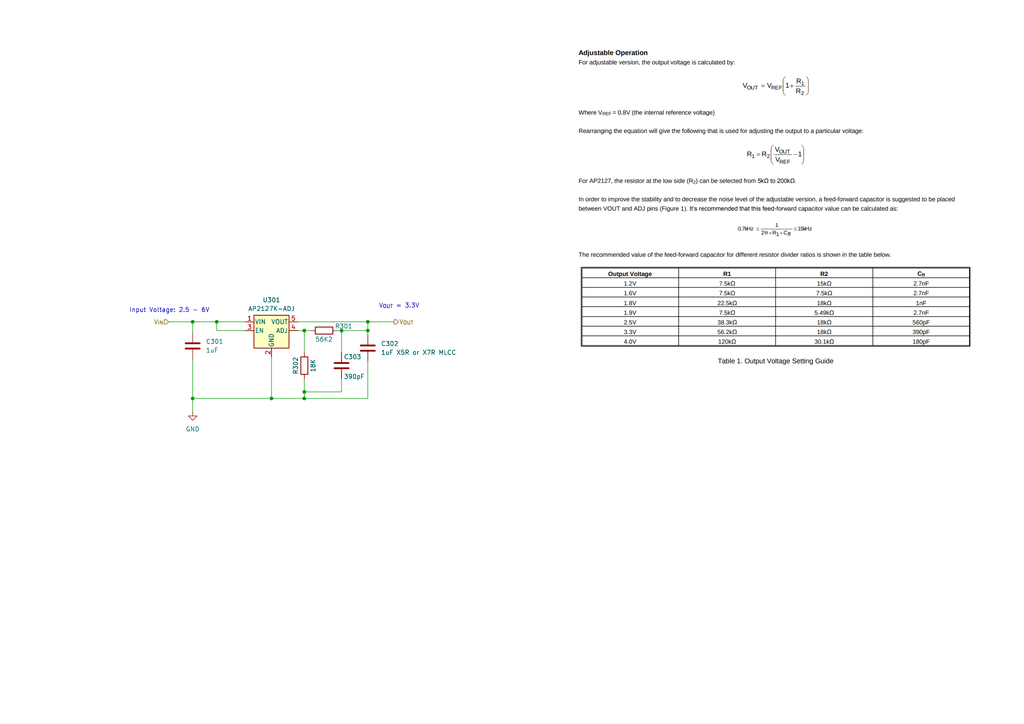
<source format=kicad_sch>
(kicad_sch (version 20230121) (generator eeschema)
  (paper "A4")
  (lib_symbols
    (symbol "Device:C" (pin_numbers hide) (pin_names (offset 0.254))
      (property "Reference" "C" (at 0.635 2.54 0))
      (property "Value" "C" (at 0.635 -2.54 0))
      (symbol "C_0_1"
        (polyline (pts (xy -2.032 -0.762) (xy 2.032 -0.762)) (stroke (width 0.508)))
        (polyline (pts (xy -2.032 0.762) (xy 2.032 0.762)) (stroke (width 0.508)))
      )
      (symbol "C_1_1"
        (pin passive line (at 0 3.81 270) (length 2.794) (name "~") (number "1"))
        (pin passive line (at 0 -3.81 90) (length 2.794) (name "~") (number "2"))
      )
    )
    (symbol "Device:R" (pin_numbers hide) (pin_names (offset 0))
      (property "Reference" "R" (at 2.032 0 90))
      (property "Value" "R" (at 0 0 90))
      (symbol "R_0_1"
        (rectangle (start -1.016 -2.54) (end 1.016 2.54) (stroke (width 0.254)))
      )
      (symbol "R_1_1"
        (pin passive line (at 0 3.81 270) (length 1.27) (name "~") (number "1"))
        (pin passive line (at 0 -3.81 90) (length 1.27) (name "~") (number "2"))
      )
    )
    (symbol "Regulator_Linear:AP2127K-ADJ" (pin_names (offset 0.254))
      (property "Reference" "U" (at -5.08 5.715 0))
      (property "Value" "AP2127K-ADJ" (at 0 5.715 0))
      (symbol "AP2127K-ADJ_0_1"
        (rectangle (start -5.08 4.445) (end 5.08 -5.08) (stroke (width 0.254)) (fill (type background)))
      )
      (symbol "AP2127K-ADJ_1_1"
        (pin power_in line (at -7.62 2.54 0) (length 2.54) (name "VIN") (number "1"))
        (pin power_in line (at 0 -7.62 90) (length 2.54) (name "GND") (number "2"))
        (pin input line (at -7.62 0 0) (length 2.54) (name "EN") (number "3"))
        (pin input line (at 7.62 0 180) (length 2.54) (name "ADJ") (number "4"))
        (pin power_out line (at 7.62 2.54 180) (length 2.54) (name "VOUT") (number "5"))
      )
    )
    (symbol "power:GND" (power) (pin_names (offset 0))
      (property "Value" "GND" (at 0 -3.81 0))
      (symbol "GND_0_1"
        (polyline (pts (xy 0 0) (xy 0 -1.27) (xy 1.27 -1.27) (xy 0 -2.54) (xy -1.27 -1.27) (xy 0 -1.27)))
      )
      (symbol "GND_1_1"
        (pin power_in line (at 0 0 270) (length 0) hide (name "GND") (number "1"))
      )
    )
  )
  (junction (at 55.88 93.345))
  (junction (at 88.265 113.665))
  (junction (at 62.865 93.345))
  (junction (at 55.88 115.57))
  (junction (at 78.74 115.57))
  (junction (at 88.265 95.885))
  (junction (at 99.06 95.885))
  (junction (at 106.68 93.345))
  (junction (at 88.265 115.57))
  (junction (at 106.68 95.885))
  (wire (pts (xy 88.265 95.885) (xy 90.17 95.885)))
  (wire (pts (xy 88.265 109.855) (xy 88.265 113.665)))
  (wire (pts (xy 88.265 95.885) (xy 88.265 102.235)))
  (wire (pts (xy 106.68 95.885) (xy 106.68 93.345)))
  (wire (pts (xy 106.68 95.885) (xy 106.68 97.155)))
  (wire (pts (xy 78.74 103.505) (xy 78.74 115.57)))
  (wire (pts (xy 97.79 95.885) (xy 99.06 95.885)))
  (wire (pts (xy 88.265 115.57) (xy 106.68 115.57)))
  (wire (pts (xy 88.265 113.665) (xy 88.265 115.57)))
  (wire (pts (xy 48.895 93.345) (xy 55.88 93.345)))
  (wire (pts (xy 86.36 95.885) (xy 88.265 95.885)))
  (wire (pts (xy 55.88 115.57) (xy 55.88 119.38)))
  (wire (pts (xy 55.88 104.14) (xy 55.88 115.57)))
  (wire (pts (xy 106.68 104.775) (xy 106.68 115.57)))
  (wire (pts (xy 71.12 95.885) (xy 62.865 95.885)))
  (wire (pts (xy 99.06 109.855) (xy 99.06 113.665)))
  (wire (pts (xy 78.74 115.57) (xy 88.265 115.57)))
  (wire (pts (xy 62.865 95.885) (xy 62.865 93.345)))
  (wire (pts (xy 99.06 95.885) (xy 106.68 95.885)))
  (wire (pts (xy 99.06 113.665) (xy 88.265 113.665)))
  (wire (pts (xy 106.68 93.345) (xy 86.36 93.345)))
  (wire (pts (xy 55.88 115.57) (xy 78.74 115.57)))
  (wire (pts (xy 55.88 93.345) (xy 55.88 96.52)))
  (wire (pts (xy 106.68 93.345) (xy 114.3 93.345)))
  (wire (pts (xy 55.88 93.345) (xy 62.865 93.345)))
  (wire (pts (xy 99.06 102.235) (xy 99.06 95.885)))
  (wire (pts (xy 62.865 93.345) (xy 71.12 93.345)))
  (image (at 224.79 60.325))
  (text "V_{OUT} = 3.3V" (at 109.855 89.535 0) (effects (font (size 1.27 1.27)) (justify left bottom)))
  (text "Input Voltage: 2.5 - 6V" (at 37.465 90.805 0) (effects (font (size 1.27 1.27)) (justify left bottom)))
  (hierarchical_label "V_{OUT}" (shape output) (at 114.3 93.345 0))
  (hierarchical_label "V_{IN}" (shape input) (at 48.895 93.345 180))
  (symbol (lib_id "power:GND") (at 55.88 119.38 0) (unit 1)
    (property "Reference" "#PWR0302" (effects hide))
    (property "Value" "GND" (at 55.88 124.46 0))
  )
  (symbol (lib_id "Device:R") (at 93.98 95.885 90) (unit 1)
    (property "Reference" "R301" (at 99.695 94.615 90))
    (property "Value" "56K2" (at 93.98 98.425 90))
    (property "Footprint" "Resistor_SMD:R_0805_2012Metric_Pad1.20x1.40mm_HandSolder" (effects hide))
    (property "Description" "电阻类型: 厚膜电阻 阻值: 56.2kΩ 精度: ±1% 功率: 125mW 温度系数: ±100ppm/℃ 最大工作电压: 150V 工作温度范围: -55℃~+155℃" (effects hide))
    (property "LCSC" "C483186" (effects hide))
    (property "Vendor" "YAGEO(国巨)" (effects hide))
    (property "Vendor Model" "RC0805FR-0756K2L" (effects hide))
  )
  (symbol (lib_id "Device:C") (at 55.88 100.33 0) (unit 1)
    (property "Reference" "C301" (at 59.69 99.06 0) (effects (justify left)))
    (property "Value" "1uF" (at 59.69 101.6 0) (effects (justify left)))
    (property "Footprint" "Capacitor_SMD:C_0805_2012Metric_Pad1.18x1.45mm_HandSolder" (effects hide))
    (property "Description" "容值: 1uF 精度: ±10% 额定电压: 25V 材质(温度系数): X7R 材质：X7R" (effects hide))
    (property "LCSC" "C116352" (effects hide))
    (property "Vendor" "SAMSUNG(三星)" (effects hide))
    (property "Vendor Model" "CL21B105KAFNNNE" (effects hide))
  )
  (symbol (lib_id "Device:C") (at 106.68 100.965 0) (unit 1)
    (property "Reference" "C302" (at 110.49 99.695 0) (effects (justify left)))
    (property "Value" "1uF X5R or X7R MLCC" (at 110.49 102.235 0) (effects (justify left)))
    (property "Footprint" "Capacitor_SMD:C_0805_2012Metric_Pad1.18x1.45mm_HandSolder" (effects hide))
    (property "Description" "容值: 1uF 精度: ±10% 额定电压: 25V 材质(温度系数): X7R 材质：X7R" (effects hide))
    (property "LCSC" "C116352" (effects hide))
    (property "Vendor" "SAMSUNG(三星)" (effects hide))
    (property "Vendor Model" "CL21B105KAFNNNE" (effects hide))
  )
  (symbol (lib_id "Device:C") (at 99.06 106.045 0) (unit 1)
    (property "Reference" "C303" (at 99.695 103.505 0) (effects (justify left)))
    (property "Value" "390pF" (at 99.695 109.22 0) (effects (justify left)))
    (property "Footprint" "Capacitor_SMD:C_0805_2012Metric_Pad1.18x1.45mm_HandSolder" (effects hide))
    (property "Description" "容值: 390pF 精度: ±10% 额定电压: 50V 材质(温度系数): X7R 材质：X7R" (effects hide))
    (property "LCSC" "C107151" (effects hide))
    (property "Vendor" "YAGEO(国巨)" (effects hide))
    (property "Vendor Model" "CC0805KRX7R9BB391" (effects hide))
  )
  (symbol (lib_id "Device:R") (at 88.265 106.045 0) (unit 1)
    (property "Reference" "R302" (at 85.725 106.045 90))
    (property "Value" "18K" (at 90.805 106.045 90))
    (property "Footprint" "Resistor_SMD:R_0805_2012Metric_Pad1.20x1.40mm_HandSolder" (effects hide))
    (property "Description" "电阻类型: 厚膜电阻 阻值: 18kΩ 精度: ±1% 功率: 125mW 温度系数: ±100ppm/℃ 最大工作电压: 150V 工作温度范围: -55℃~+155℃" (effects hide))
    (property "LCSC" "C17506" (effects hide))
    (property "Vendor" "UNI-ROYAL(厚声)" (effects hide))
    (property "Vendor Model" "0805W8F1802T5E" (effects hide))
  )
  (symbol (lib_id "Regulator_Linear:AP2127K-ADJ") (at 78.74 95.885 0) (unit 1)
    (property "Reference" "U301" (at 78.74 86.995 0))
    (property "Value" "AP2127K-ADJ" (at 78.74 89.535 0))
    (property "Footprint" "Package_TO_SOT_SMD:SOT-23-5" (effects hide))
    (property "Datasheet" "https://www.diodes.com/assets/Datasheets/AP2127.pdf" (effects hide))
    (property "Description" "输出类型: 可调 输出极性: 正 输出通道数: 1 最大输入电压: 6V 输出电压: 0.8V~5.5V 压差: 300mV@(300mA) 静态" (effects hide))
    (property "LCSC" "C96343" (effects hide))
    (property "Vendor" "DIODES(美台)" (effects hide))
    (property "Vendor Model" "AP2127K-ADJTRG1" (effects hide))
  )
)
</source>
